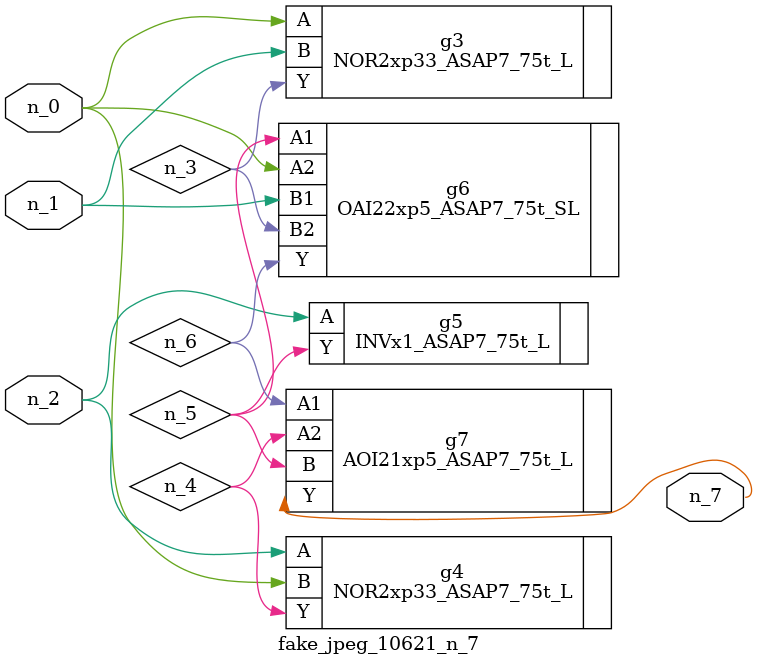
<source format=v>
module fake_jpeg_10621_n_7 (n_0, n_2, n_1, n_7);

input n_0;
input n_2;
input n_1;

output n_7;

wire n_3;
wire n_4;
wire n_6;
wire n_5;

NOR2xp33_ASAP7_75t_L g3 ( 
.A(n_0),
.B(n_1),
.Y(n_3)
);

NOR2xp33_ASAP7_75t_L g4 ( 
.A(n_2),
.B(n_0),
.Y(n_4)
);

INVx1_ASAP7_75t_L g5 ( 
.A(n_2),
.Y(n_5)
);

OAI22xp5_ASAP7_75t_SL g6 ( 
.A1(n_5),
.A2(n_0),
.B1(n_1),
.B2(n_3),
.Y(n_6)
);

AOI21xp5_ASAP7_75t_L g7 ( 
.A1(n_6),
.A2(n_4),
.B(n_5),
.Y(n_7)
);


endmodule
</source>
